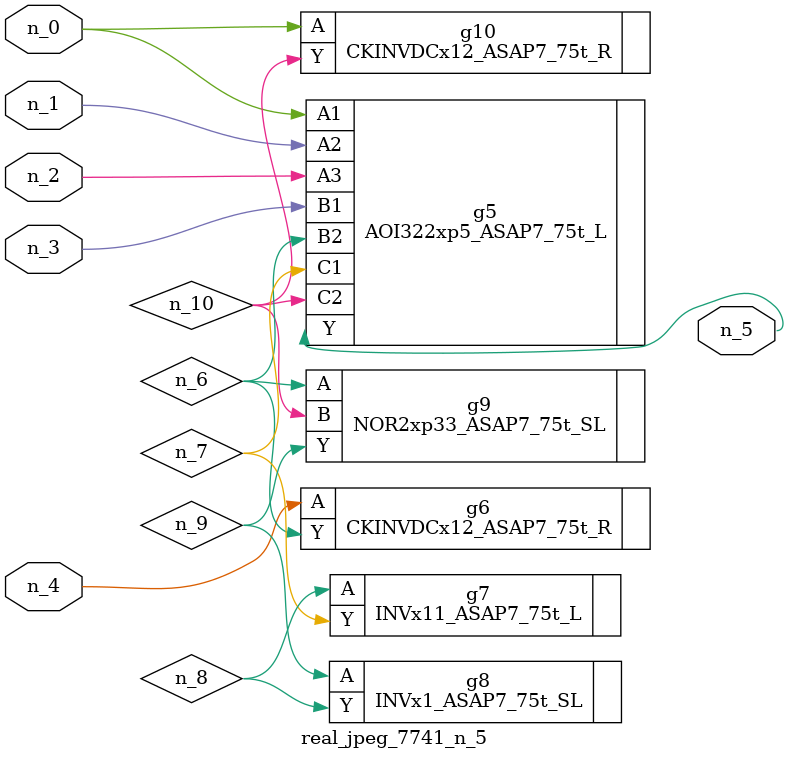
<source format=v>
module real_jpeg_7741_n_5 (n_4, n_0, n_1, n_2, n_3, n_5);

input n_4;
input n_0;
input n_1;
input n_2;
input n_3;

output n_5;

wire n_8;
wire n_6;
wire n_7;
wire n_10;
wire n_9;

AOI322xp5_ASAP7_75t_L g5 ( 
.A1(n_0),
.A2(n_1),
.A3(n_2),
.B1(n_3),
.B2(n_6),
.C1(n_7),
.C2(n_10),
.Y(n_5)
);

CKINVDCx12_ASAP7_75t_R g10 ( 
.A(n_0),
.Y(n_10)
);

CKINVDCx12_ASAP7_75t_R g6 ( 
.A(n_4),
.Y(n_6)
);

NOR2xp33_ASAP7_75t_SL g9 ( 
.A(n_6),
.B(n_10),
.Y(n_9)
);

INVx11_ASAP7_75t_L g7 ( 
.A(n_8),
.Y(n_7)
);

INVx1_ASAP7_75t_SL g8 ( 
.A(n_9),
.Y(n_8)
);


endmodule
</source>
